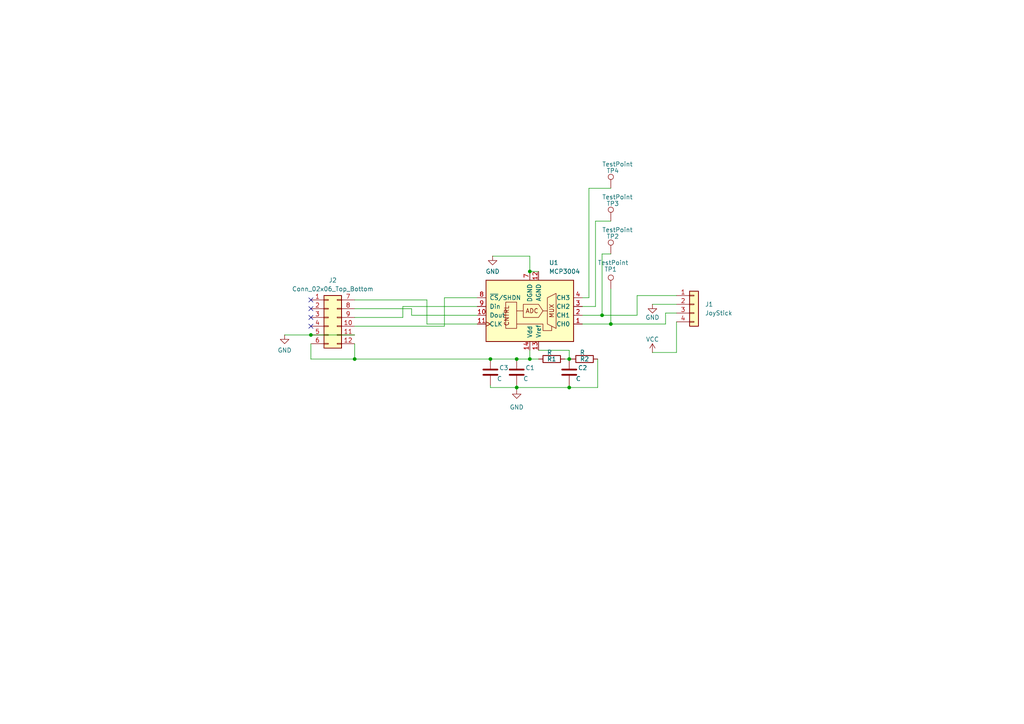
<source format=kicad_sch>
(kicad_sch (version 20231120) (generator "eeschema") (generator_version "8.0")
  (paper "A4")
  (lib_symbols
    (symbol "Analog_ADC:MCP3004" (pin_names (offset 1.016))
      (property "Reference" "U" (at -11.43 8.89 0))
      (property "Value" "MCP3004" (at 10.16 8.89 0))
      (symbol "MCP3004_0_0"
        (text "ADC" (at -0.635 -1.27 0) (effects (font (size 1.27 1.27))))
        (text "CNTRL" (at 5.969 -2.921 900) (effects (font (size 1.27 1.27)) (justify left bottom)))
        (text "MUX" (at -6.35 -1.27 900) (effects (font (size 1.27 1.27))))
      )
      (symbol "MCP3004_0_1"
        (polyline (pts (xy -5.08 -1.27) (xy -3.81 -1.27)))
        (polyline (pts (xy 1.905 -1.27) (xy 3.81 -1.27)))
        (polyline (pts (xy -7.62 3.81) (xy -7.62 -6.35) (xy -5.08 -5.08) (xy -5.08 2.54) (xy -7.62 3.81)))
        (polyline (pts (xy 3.81 2.54) (xy -3.81 2.54) (xy -3.81 4.445) (xy -6.35 4.445) (xy -6.35 3.175)))
        (polyline (pts (xy -3.81 -1.27) (xy -2.54 0.635) (xy 1.905 0.635) (xy 1.905 -3.175) (xy -2.54 -3.175) (xy -3.81 -1.27)))
        (rectangle (start 3.81 -3.81) (end 6.985 3.81))
        (rectangle (start 12.7 7.62) (end -12.7 -10.16) (stroke (width 0.254)) (fill (type background)))
      )
      (symbol "MCP3004_1_1"
        (pin input line (at -15.24 2.54 0) (length 2.54) (name "CH0") (number "1"))
        (pin output line (at 15.24 0 180) (length 2.54) (name "Dout") (number "10"))
        (pin input clock (at 15.24 2.54 180) (length 2.54) (name "CLK") (number "11"))
        (pin power_in line (at -2.54 -12.7 90) (length 2.54) (name "AGND") (number "12"))
        (pin power_in line (at -2.54 10.16 270) (length 2.54) (name "Vref") (number "13"))
        (pin power_in line (at 0 10.16 270) (length 2.54) (name "Vdd") (number "14"))
        (pin input line (at -15.24 0 0) (length 2.54) (name "CH1") (number "2"))
        (pin input line (at -15.24 -2.54 0) (length 2.54) (name "CH2") (number "3"))
        (pin input line (at -15.24 -5.08 0) (length 2.54) (name "CH3") (number "4"))
        (pin no_connect line (at -12.7 5.08 0) (length 2.54) hide (name "NC") (number "5"))
        (pin no_connect line (at -12.7 -7.62 0) (length 2.54) hide (name "NC") (number "6"))
        (pin power_in line (at 0 -12.7 90) (length 2.54) (name "DGND") (number "7"))
        (pin input line (at 15.24 -5.08 180) (length 2.54) (name "~{CS}/SHDN") (number "8"))
        (pin input line (at 15.24 -2.54 180) (length 2.54) (name "Din") (number "9"))
      )
    )
    (symbol "Connector:TestPoint" (pin_numbers hide) (pin_names (offset 0.762) hide)
      (property "Reference" "TP" (at 0 6.858 0))
      (property "Value" "TestPoint" (at 0 5.08 0))
      (symbol "TestPoint_0_1"
        (circle (center 0 3.302) (radius 0.762))
      )
      (symbol "TestPoint_1_1"
        (pin passive line (at 0 0 90) (length 2.54) (name "1") (number "1"))
      )
    )
    (symbol "Connector_Generic:Conn_02x06_Top_Bottom" (pin_names (offset 1.016) hide)
      (property "Reference" "J" (at 1.27 7.62 0))
      (property "Value" "Conn_02x06_Top_Bottom" (at 1.27 -10.16 0))
      (symbol "Conn_02x06_Top_Bottom_1_1"
        (rectangle (start -1.27 -7.493) (end 0 -7.747) (stroke (width 0.1524)))
        (rectangle (start -1.27 -4.953) (end 0 -5.207) (stroke (width 0.1524)))
        (rectangle (start -1.27 -2.413) (end 0 -2.667) (stroke (width 0.1524)))
        (rectangle (start -1.27 0.127) (end 0 -0.127) (stroke (width 0.1524)))
        (rectangle (start -1.27 2.667) (end 0 2.413) (stroke (width 0.1524)))
        (rectangle (start -1.27 5.207) (end 0 4.953) (stroke (width 0.1524)))
        (rectangle (start -1.27 6.35) (end 3.81 -8.89) (stroke (width 0.254)) (fill (type background)))
        (rectangle (start 3.81 -7.493) (end 2.54 -7.747) (stroke (width 0.1524)))
        (rectangle (start 3.81 -4.953) (end 2.54 -5.207) (stroke (width 0.1524)))
        (rectangle (start 3.81 -2.413) (end 2.54 -2.667) (stroke (width 0.1524)))
        (rectangle (start 3.81 0.127) (end 2.54 -0.127) (stroke (width 0.1524)))
        (rectangle (start 3.81 2.667) (end 2.54 2.413) (stroke (width 0.1524)))
        (rectangle (start 3.81 5.207) (end 2.54 4.953) (stroke (width 0.1524)))
        (pin passive line (at -5.08 5.08 0) (length 3.81) (name "Pin_1") (number "1"))
        (pin passive line (at 7.62 -2.54 180) (length 3.81) (name "Pin_10") (number "10"))
        (pin passive line (at 7.62 -5.08 180) (length 3.81) (name "Pin_11") (number "11"))
        (pin passive line (at 7.62 -7.62 180) (length 3.81) (name "Pin_12") (number "12"))
        (pin passive line (at -5.08 2.54 0) (length 3.81) (name "Pin_2") (number "2"))
        (pin passive line (at -5.08 0 0) (length 3.81) (name "Pin_3") (number "3"))
        (pin passive line (at -5.08 -2.54 0) (length 3.81) (name "Pin_4") (number "4"))
        (pin passive line (at -5.08 -5.08 0) (length 3.81) (name "Pin_5") (number "5"))
        (pin passive line (at -5.08 -7.62 0) (length 3.81) (name "Pin_6") (number "6"))
        (pin passive line (at 7.62 5.08 180) (length 3.81) (name "Pin_7") (number "7"))
        (pin passive line (at 7.62 2.54 180) (length 3.81) (name "Pin_8") (number "8"))
        (pin passive line (at 7.62 0 180) (length 3.81) (name "Pin_9") (number "9"))
      )
    )
    (symbol "Device:C" (pin_numbers hide) (pin_names (offset 0.254))
      (property "Reference" "C" (at 0.635 2.54 0))
      (property "Value" "C" (at 0.635 -2.54 0))
      (symbol "C_0_1"
        (polyline (pts (xy -2.032 -0.762) (xy 2.032 -0.762)) (stroke (width 0.508)))
        (polyline (pts (xy -2.032 0.762) (xy 2.032 0.762)) (stroke (width 0.508)))
      )
      (symbol "C_1_1"
        (pin passive line (at 0 3.81 270) (length 2.794) (name "~") (number "1"))
        (pin passive line (at 0 -3.81 90) (length 2.794) (name "~") (number "2"))
      )
    )
    (symbol "Device:R" (pin_numbers hide) (pin_names (offset 0))
      (property "Reference" "R" (at 2.032 0 90))
      (property "Value" "R" (at 0 0 90))
      (symbol "R_0_1"
        (rectangle (start -1.016 -2.54) (end 1.016 2.54) (stroke (width 0.254)))
      )
      (symbol "R_1_1"
        (pin passive line (at 0 3.81 270) (length 1.27) (name "~") (number "1"))
        (pin passive line (at 0 -3.81 90) (length 1.27) (name "~") (number "2"))
      )
    )
    (symbol "My_Library:PSP1000_joystick" (pin_names (offset 1.016) hide)
      (property "Reference" "J" (at -1.27 -7.62 0))
      (property "Value" "JoyStick" (at -1.27 5.08 0))
      (symbol "PSP1000_joystick_1_1"
        (rectangle (start 0 -6.35) (end -2.54 3.81) (stroke (width 0.254)) (fill (type background)))
        (rectangle (start 0 -5.207) (end -1.27 -4.953) (stroke (width 0.1524)))
        (rectangle (start 0 -2.667) (end -1.27 -2.413) (stroke (width 0.1524)))
        (rectangle (start 0 -0.127) (end -1.27 0.127) (stroke (width 0.1524)))
        (rectangle (start 0 2.413) (end -1.27 2.667) (stroke (width 0.1524)))
        (pin power_in line (at 3.81 -5.08 180) (length 3.81) (name "Vcc") (number "1"))
        (pin output line (at 3.81 -2.54 180) (length 3.81) (name "Y") (number "2"))
        (pin power_in line (at 3.81 0 180) (length 3.81) (name "GND") (number "3"))
        (pin output line (at 3.81 2.54 180) (length 3.81) (name "Y") (number "4"))
      )
    )
    (symbol "power:GND" (power) (pin_numbers hide) (pin_names (offset 0) hide)
      (property "Value" "GND" (at 0 -3.81 0))
      (symbol "GND_0_1"
        (polyline (pts (xy 0 0) (xy 0 -1.27) (xy 1.27 -1.27) (xy 0 -2.54) (xy -1.27 -1.27) (xy 0 -1.27)))
      )
      (symbol "GND_1_1"
        (pin power_in line (at 0 0 270) (length 0) (name "~") (number "1"))
      )
    )
    (symbol "power:VCC" (power) (pin_numbers hide) (pin_names (offset 0) hide)
      (property "Value" "VCC" (at 0 3.556 0))
      (symbol "VCC_0_1"
        (polyline (pts (xy -0.762 1.27) (xy 0 2.54)))
        (polyline (pts (xy 0 0) (xy 0 2.54)))
        (polyline (pts (xy 0 2.54) (xy 0.762 1.27)))
      )
      (symbol "VCC_1_1"
        (pin power_in line (at 0 0 90) (length 0) (name "~") (number "1"))
      )
    )
  )
  (junction (at 149.86 112.395))
  (junction (at 153.67 78.74))
  (junction (at 177.165 93.98))
  (junction (at 90.17 97.155))
  (junction (at 165.1 112.395))
  (junction (at 174.625 91.44))
  (junction (at 149.86 104.14))
  (junction (at 165.1 104.14))
  (junction (at 153.67 104.14))
  (junction (at 102.87 104.14))
  (junction (at 142.24 104.14))
  (no_connect (at 90.17 86.995))
  (no_connect (at 90.17 94.615))
  (no_connect (at 90.17 92.075))
  (no_connect (at 90.17 89.535))
  (wire (pts (xy 184.785 85.725) (xy 196.215 85.725)))
  (wire (pts (xy 174.625 73.66) (xy 174.625 91.44)))
  (wire (pts (xy 172.72 64.135) (xy 177.165 64.135)))
  (wire (pts (xy 142.24 104.14) (xy 149.86 104.14)))
  (wire (pts (xy 170.815 54.61) (xy 170.815 86.36)))
  (wire (pts (xy 177.165 54.61) (xy 170.815 54.61)))
  (wire (pts (xy 149.86 112.395) (xy 149.86 111.76)))
  (wire (pts (xy 172.72 88.9) (xy 172.72 64.135)))
  (wire (pts (xy 165.1 104.14) (xy 165.735 104.14)))
  (wire (pts (xy 149.86 104.14) (xy 153.67 104.14)))
  (wire (pts (xy 142.24 112.395) (xy 149.86 112.395)))
  (wire (pts (xy 102.87 99.695) (xy 102.87 104.14)))
  (wire (pts (xy 174.625 91.44) (xy 184.785 91.44)))
  (wire (pts (xy 153.67 104.14) (xy 156.21 104.14)))
  (wire (pts (xy 156.21 101.6) (xy 165.1 101.6)))
  (wire (pts (xy 116.84 92.075) (xy 102.87 92.075)))
  (wire (pts (xy 189.23 102.235) (xy 196.215 102.235)))
  (wire (pts (xy 138.43 86.36) (xy 128.905 86.36)))
  (wire (pts (xy 128.905 94.615) (xy 102.87 94.615)))
  (wire (pts (xy 123.825 86.995) (xy 102.87 86.995)))
  (wire (pts (xy 142.875 74.295) (xy 153.67 74.295)))
  (wire (pts (xy 123.825 93.98) (xy 123.825 86.995)))
  (wire (pts (xy 90.17 97.155) (xy 102.87 97.155)))
  (wire (pts (xy 168.91 93.98) (xy 177.165 93.98)))
  (wire (pts (xy 184.785 91.44) (xy 184.785 85.725)))
  (wire (pts (xy 170.815 86.36) (xy 168.91 86.36)))
  (wire (pts (xy 189.23 88.265) (xy 196.215 88.265)))
  (wire (pts (xy 168.91 88.9) (xy 172.72 88.9)))
  (wire (pts (xy 168.91 91.44) (xy 174.625 91.44)))
  (wire (pts (xy 173.355 112.395) (xy 165.1 112.395)))
  (wire (pts (xy 138.43 91.44) (xy 119.38 91.44)))
  (wire (pts (xy 102.87 104.14) (xy 142.24 104.14)))
  (wire (pts (xy 196.215 102.235) (xy 196.215 93.345)))
  (wire (pts (xy 82.55 97.155) (xy 90.17 97.155)))
  (wire (pts (xy 177.165 83.82) (xy 177.165 93.98)))
  (wire (pts (xy 153.67 104.14) (xy 153.67 101.6)))
  (wire (pts (xy 116.84 88.9) (xy 116.84 92.075)))
  (wire (pts (xy 173.355 104.14) (xy 173.355 112.395)))
  (wire (pts (xy 153.67 78.74) (xy 153.67 74.295)))
  (wire (pts (xy 128.905 86.36) (xy 128.905 94.615)))
  (wire (pts (xy 119.38 89.535) (xy 102.87 89.535)))
  (wire (pts (xy 193.04 93.98) (xy 193.04 90.805)))
  (wire (pts (xy 90.17 104.14) (xy 90.17 99.695)))
  (wire (pts (xy 165.1 111.76) (xy 165.1 112.395)))
  (wire (pts (xy 138.43 93.98) (xy 123.825 93.98)))
  (wire (pts (xy 193.04 90.805) (xy 196.215 90.805)))
  (wire (pts (xy 165.1 112.395) (xy 149.86 112.395)))
  (wire (pts (xy 149.86 113.03) (xy 149.86 112.395)))
  (wire (pts (xy 163.83 104.14) (xy 165.1 104.14)))
  (wire (pts (xy 153.67 78.74) (xy 156.21 78.74)))
  (wire (pts (xy 119.38 91.44) (xy 119.38 89.535)))
  (wire (pts (xy 165.1 101.6) (xy 165.1 104.14)))
  (wire (pts (xy 177.165 73.66) (xy 174.625 73.66)))
  (wire (pts (xy 102.87 104.14) (xy 90.17 104.14)))
  (wire (pts (xy 177.165 93.98) (xy 193.04 93.98)))
  (wire (pts (xy 142.24 111.76) (xy 142.24 112.395)))
  (wire (pts (xy 138.43 88.9) (xy 116.84 88.9)))
  (symbol (lib_id "Device:C") (at 165.1 107.95 0) (unit 1)
    (property "Reference" "C2" (at 167.64 106.68 0) (effects (justify left)))
    (property "Value" "C" (at 167.005 109.855 0) (effects (justify left)))
    (property "Footprint" "Capacitor_SMD:C_0603_1608Metric_Pad1.08x0.95mm_HandSolder" (effects (hide yes)))
    (property "Description" "Unpolarized capacitor" (effects (hide yes)))
  )
  (symbol (lib_id "Device:C") (at 149.86 107.95 0) (unit 1)
    (property "Reference" "C1" (at 152.4 106.68 0) (effects (justify left)))
    (property "Value" "C" (at 151.765 109.855 0) (effects (justify left)))
    (property "Footprint" "Capacitor_SMD:C_0603_1608Metric_Pad1.08x0.95mm_HandSolder" (effects (hide yes)))
    (property "Description" "Unpolarized capacitor" (effects (hide yes)))
  )
  (symbol (lib_id "Device:R") (at 160.02 104.14 90) (unit 1)
    (property "Reference" "R1" (at 160.02 104.14 90))
    (property "Value" "R" (at 159.385 102.235 90))
    (property "Footprint" "Resistor_SMD:R_0603_1608Metric_Pad0.98x0.95mm_HandSolder" (effects (hide yes)))
    (property "Description" "Resistor" (effects (hide yes)))
  )
  (symbol (lib_id "Connector:TestPoint") (at 177.165 54.61 0) (unit 1)
    (property "Reference" "TP4" (at 175.895 49.53 0) (effects (justify left)))
    (property "Value" "TestPoint" (at 174.625 47.625 0) (effects (justify left)))
    (property "Footprint" "TestPoint:TestPoint_THTPad_D1.5mm_Drill0.7mm" (effects (hide yes)))
    (property "Description" "test point" (effects (hide yes)))
  )
  (symbol (lib_id "power:GND") (at 149.86 113.03 0) (unit 1)
    (property "Reference" "#PWR04" (effects (hide yes)))
    (property "Value" "GND" (at 149.86 118.11 0))
    (property "Description" "Power symbol creates a global label with name \"GND\" , ground" (effects (hide yes)))
  )
  (symbol (lib_id "power:GND") (at 82.55 97.155 0) (unit 1)
    (property "Reference" "#PWR05" (effects (hide yes)))
    (property "Value" "GND" (at 82.55 101.6 0))
    (property "Description" "Power symbol creates a global label with name \"GND\" , ground" (effects (hide yes)))
  )
  (symbol (lib_id "power:GND") (at 142.875 74.295 0) (unit 1)
    (property "Reference" "#PWR03" (effects (hide yes)))
    (property "Value" "GND" (at 142.875 78.74 0))
    (property "Description" "Power symbol creates a global label with name \"GND\" , ground" (effects (hide yes)))
  )
  (symbol (lib_id "My_Library:PSP1000_joystick") (at 200.025 90.805 180) (unit 1)
    (property "Reference" "J1" (at 204.47 88.2649 0) (effects (justify right)))
    (property "Value" "JoyStick" (at 204.47 90.8049 0) (effects (justify right)))
    (property "Footprint" "Library:PSP1000_Joystick" (effects (hide yes)))
    (property "Description" "PSP1000 JoyStick" (effects (hide yes)))
  )
  (symbol (lib_id "Connector:TestPoint") (at 177.165 64.135 0) (unit 1)
    (property "Reference" "TP3" (at 175.895 59.055 0) (effects (justify left)))
    (property "Value" "TestPoint" (at 174.625 57.15 0) (effects (justify left)))
    (property "Footprint" "TestPoint:TestPoint_THTPad_D1.5mm_Drill0.7mm" (effects (hide yes)))
    (property "Description" "test point" (effects (hide yes)))
  )
  (symbol (lib_id "Connector:TestPoint") (at 177.165 83.82 0) (unit 1)
    (property "Reference" "TP1" (at 175.26 78.105 0) (effects (justify left)))
    (property "Value" "TestPoint" (at 173.355 76.2 0) (effects (justify left)))
    (property "Footprint" "TestPoint:TestPoint_THTPad_D1.5mm_Drill0.7mm" (effects (hide yes)))
    (property "Description" "test point" (effects (hide yes)))
  )
  (symbol (lib_id "Device:R") (at 169.545 104.14 90) (unit 1)
    (property "Reference" "R2" (at 169.545 104.14 90))
    (property "Value" "R" (at 168.91 102.235 90))
    (property "Footprint" "Resistor_SMD:R_0603_1608Metric_Pad0.98x0.95mm_HandSolder" (effects (hide yes)))
    (property "Description" "Resistor" (effects (hide yes)))
  )
  (symbol (lib_id "Connector_Generic:Conn_02x06_Top_Bottom") (at 95.25 92.075 0) (unit 1)
    (property "Reference" "J2" (at 96.52 81.28 0))
    (property "Value" "Conn_02x06_Top_Bottom" (at 96.52 83.82 0))
    (property "Footprint" "Connector_PinSocket_2.54mm:PinSocket_2x06_P2.54mm_Horizontal" (effects (hide yes)))
    (property "Description" "Generic connector, double row, 02x06, top/bottom pin numbering scheme (row 1: 1...pins_per_row, row2: pins_per_row+1 ... num_pins), script generated (kicad-library-utils/schlib/autogen/connector/)" (effects (hide yes)))
  )
  (symbol (lib_id "Analog_ADC:MCP3004") (at 153.67 91.44 180) (unit 1)
    (property "Reference" "U1" (at 159.2265 76.2 0) (effects (justify right)))
    (property "Value" "MCP3004" (at 159.2265 78.74 0) (effects (justify right)))
    (property "Footprint" "Package_SO:TSSOP-14_4.4x5mm_P0.65mm" (effects (hide yes)))
    (property "Datasheet" "http://ww1.microchip.com/downloads/en/DeviceDoc/21295C.pdf" (effects (hide yes)))
    (property "Description" "4-Channel 10-Bit A/D Converters with SPI Interface" (effects (hide yes)))
  )
  (symbol (lib_id "Connector:TestPoint") (at 177.165 73.66 0) (unit 1)
    (property "Reference" "TP2" (at 175.895 68.58 0) (effects (justify left)))
    (property "Value" "TestPoint" (at 174.625 66.675 0) (effects (justify left)))
    (property "Footprint" "TestPoint:TestPoint_THTPad_D1.5mm_Drill0.7mm" (effects (hide yes)))
    (property "Description" "test point" (effects (hide yes)))
  )
  (symbol (lib_id "Device:C") (at 142.24 107.95 0) (unit 1)
    (property "Reference" "C3" (at 144.78 106.68 0) (effects (justify left)))
    (property "Value" "C" (at 144.145 109.855 0) (effects (justify left)))
    (property "Footprint" "Capacitor_SMD:C_0603_1608Metric_Pad1.08x0.95mm_HandSolder" (effects (hide yes)))
    (property "Description" "Unpolarized capacitor" (effects (hide yes)))
  )
  (symbol (lib_id "power:GND") (at 189.23 88.265 0) (unit 1)
    (property "Reference" "#PWR01" (effects (hide yes)))
    (property "Value" "GND" (at 189.23 92.075 0))
    (property "Description" "Power symbol creates a global label with name \"GND\" , ground" (effects (hide yes)))
  )
  (symbol (lib_id "power:VCC") (at 189.23 102.235 0) (unit 1)
    (property "Reference" "#PWR02" (effects (hide yes)))
    (property "Value" "VCC" (at 189.23 98.425 0))
    (property "Description" "Power symbol creates a global label with name \"VCC\"" (effects (hide yes)))
  )
)
</source>
